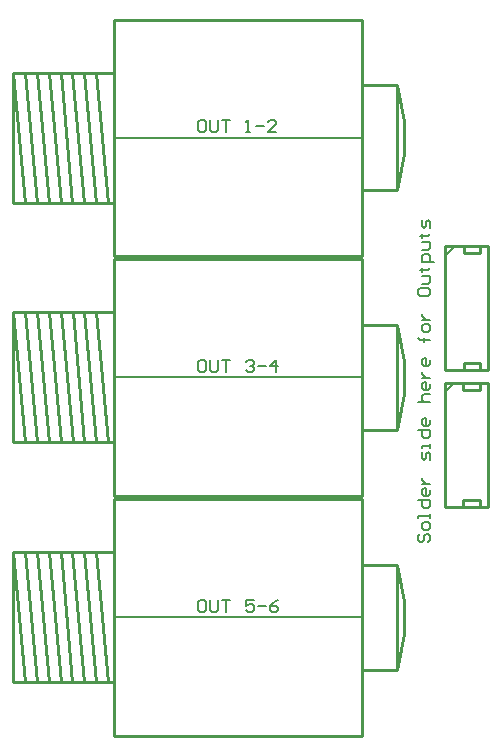
<source format=gto>
G04*
G04 #@! TF.GenerationSoftware,Altium Limited,Altium Designer,21.8.1 (53)*
G04*
G04 Layer_Color=65535*
%FSLAX25Y25*%
%MOIN*%
G70*
G04*
G04 #@! TF.SameCoordinates,10585E3A-A503-4201-9872-C8A2A9F9218C*
G04*
G04*
G04 #@! TF.FilePolarity,Positive*
G04*
G01*
G75*
%ADD10C,0.00500*%
%ADD11C,0.01000*%
%ADD12C,0.00800*%
D10*
X316857Y388897D02*
X399534D01*
X316860Y308997D02*
X399537D01*
X316857Y229005D02*
X399534D01*
D11*
X316857Y428267D02*
X399534D01*
X316857Y349527D02*
Y428267D01*
Y349527D02*
X399534D01*
Y428267D01*
X283392Y410550D02*
X316857D01*
X283392Y367243D02*
X316857Y367243D01*
X411345Y406417D02*
X413707Y394409D01*
X411345Y371377D02*
X413707Y383385D01*
X399534Y406417D02*
X411345D01*
X399534Y371377D02*
X411345D01*
X413707Y383385D02*
Y394409D01*
X411345Y371377D02*
Y406417D01*
X283392Y367243D02*
Y410550D01*
X291266D02*
X295203Y367243D01*
X283392Y410550D02*
X287329Y367243D01*
Y410550D02*
X291266Y367243D01*
X295203Y410550D02*
X299140Y367243D01*
Y410550D02*
X303077Y367243D01*
Y410550D02*
X307014Y367243D01*
Y410550D02*
X310951Y367243D01*
X310951Y410550D02*
X314888Y367243D01*
X433380Y265767D02*
Y268208D01*
X438975D01*
Y265767D02*
Y268208D01*
X438975Y304664D02*
Y307105D01*
X433380Y304664D02*
X438975D01*
X433380D02*
Y307105D01*
X427239D02*
X441412D01*
X427239Y265767D02*
Y307105D01*
Y265767D02*
X441412D01*
Y307027D01*
X316860Y348367D02*
X399537D01*
X316860Y269627D02*
Y348367D01*
Y269627D02*
X399537D01*
Y348367D01*
X283395Y330650D02*
X316860D01*
X283395Y287343D02*
X316860D01*
X411348Y326517D02*
X413710Y314509D01*
X411348Y291477D02*
X413710Y303485D01*
X399537Y326517D02*
X411348D01*
X399537Y291477D02*
X411348D01*
X413710Y303485D02*
Y314509D01*
X411348Y291477D02*
Y326517D01*
X283395Y287343D02*
Y330650D01*
X291269D02*
X295206Y287343D01*
X283395Y330650D02*
X287332Y287343D01*
Y330650D02*
X291269Y287343D01*
X295206Y330650D02*
X299143Y287343D01*
Y330650D02*
X303080Y287343D01*
Y330650D02*
X307017Y287343D01*
Y330650D02*
X310954Y287343D01*
X310954Y330650D02*
X314891Y287343D01*
X433480Y311495D02*
Y313936D01*
X439075D01*
Y311495D02*
Y313936D01*
X439075Y350392D02*
Y352833D01*
X433480Y350392D02*
X439075D01*
X433480D02*
Y352833D01*
X427339D02*
X441512D01*
X427339Y311494D02*
Y352833D01*
Y311494D02*
X441512D01*
Y352754D01*
X316857Y268375D02*
X399534D01*
X316857Y189635D02*
Y268375D01*
Y189635D02*
X399534D01*
Y268375D01*
X283392Y250658D02*
X316857D01*
X283392Y207351D02*
X316857D01*
X411345Y246524D02*
X413707Y234516D01*
X411345Y211485D02*
X413707Y223493D01*
X399534Y246524D02*
X411345D01*
X399534Y211485D02*
X411345D01*
X413707Y223493D02*
Y234516D01*
X411345Y211485D02*
Y246524D01*
X283392Y207351D02*
Y250658D01*
X291266D02*
X295203Y207351D01*
X283392Y250658D02*
X287329Y207351D01*
Y250658D02*
X291266Y207351D01*
X295203Y250658D02*
X299140Y207351D01*
Y250658D02*
X303077Y207351D01*
Y250658D02*
X307014Y207351D01*
Y250658D02*
X310951Y207351D01*
X310951Y250658D02*
X314888Y207351D01*
D12*
X427400Y303700D02*
Y304200D01*
X430400Y307200D01*
X427500Y349428D02*
Y349927D01*
X430500Y352927D01*
X346799Y394799D02*
X345466D01*
X344800Y394132D01*
Y391466D01*
X345466Y390800D01*
X346799D01*
X347466Y391466D01*
Y394132D01*
X346799Y394799D01*
X348799D02*
Y391466D01*
X349465Y390800D01*
X350798D01*
X351465Y391466D01*
Y394799D01*
X352797D02*
X355463D01*
X354130D01*
Y390800D01*
X360795D02*
X362128D01*
X361461D01*
Y394799D01*
X360795Y394132D01*
X364127Y392799D02*
X366793D01*
X370792Y390800D02*
X368126D01*
X370792Y393466D01*
Y394132D01*
X370125Y394799D01*
X368792D01*
X368126Y394132D01*
X346802Y314899D02*
X345469D01*
X344803Y314232D01*
Y311566D01*
X345469Y310900D01*
X346802D01*
X347469Y311566D01*
Y314232D01*
X346802Y314899D01*
X348802D02*
Y311566D01*
X349468Y310900D01*
X350801D01*
X351467Y311566D01*
Y314899D01*
X352800D02*
X355466D01*
X354133D01*
Y310900D01*
X360798Y314232D02*
X361464Y314899D01*
X362797D01*
X363464Y314232D01*
Y313566D01*
X362797Y312899D01*
X362131D01*
X362797D01*
X363464Y312233D01*
Y311566D01*
X362797Y310900D01*
X361464D01*
X360798Y311566D01*
X364796Y312899D02*
X367462D01*
X370795Y310900D02*
Y314899D01*
X368795Y312899D01*
X371461D01*
X346799Y234907D02*
X345466D01*
X344800Y234240D01*
Y231574D01*
X345466Y230908D01*
X346799D01*
X347466Y231574D01*
Y234240D01*
X346799Y234907D01*
X348799D02*
Y231574D01*
X349465Y230908D01*
X350798D01*
X351465Y231574D01*
Y234907D01*
X352797D02*
X355463D01*
X354130D01*
Y230908D01*
X363461Y234907D02*
X360795D01*
Y232907D01*
X362128Y233574D01*
X362794D01*
X363461Y232907D01*
Y231574D01*
X362794Y230908D01*
X361461D01*
X360795Y231574D01*
X364794Y232907D02*
X367459D01*
X371458Y234907D02*
X370125Y234240D01*
X368792Y232907D01*
Y231574D01*
X369459Y230908D01*
X370792D01*
X371458Y231574D01*
Y232241D01*
X370792Y232907D01*
X368792D01*
X418835Y256766D02*
X418168Y256099D01*
Y254766D01*
X418835Y254100D01*
X419501D01*
X420168Y254766D01*
Y256099D01*
X420834Y256766D01*
X421501D01*
X422167Y256099D01*
Y254766D01*
X421501Y254100D01*
X422167Y258765D02*
Y260098D01*
X421501Y260765D01*
X420168D01*
X419501Y260098D01*
Y258765D01*
X420168Y258099D01*
X421501D01*
X422167Y258765D01*
Y262097D02*
Y263430D01*
Y262764D01*
X418168D01*
Y262097D01*
Y268095D02*
X422167D01*
Y266096D01*
X421501Y265430D01*
X420168D01*
X419501Y266096D01*
Y268095D01*
X422167Y271428D02*
Y270095D01*
X421501Y269428D01*
X420168D01*
X419501Y270095D01*
Y271428D01*
X420168Y272094D01*
X420834D01*
Y269428D01*
X419501Y273427D02*
X422167D01*
X420834D01*
X420168Y274094D01*
X419501Y274760D01*
Y275427D01*
X422167Y281424D02*
Y283424D01*
X421501Y284090D01*
X420834Y283424D01*
Y282091D01*
X420168Y281424D01*
X419501Y282091D01*
Y284090D01*
X422167Y285423D02*
Y286756D01*
Y286090D01*
X419501D01*
Y285423D01*
X418168Y291421D02*
X422167D01*
Y289422D01*
X421501Y288755D01*
X420168D01*
X419501Y289422D01*
Y291421D01*
X422167Y294754D02*
Y293421D01*
X421501Y292754D01*
X420168D01*
X419501Y293421D01*
Y294754D01*
X420168Y295420D01*
X420834D01*
Y292754D01*
X418168Y300752D02*
X422167D01*
X420168D01*
X419501Y301418D01*
Y302751D01*
X420168Y303417D01*
X422167D01*
Y306750D02*
Y305417D01*
X421501Y304750D01*
X420168D01*
X419501Y305417D01*
Y306750D01*
X420168Y307416D01*
X420834D01*
Y304750D01*
X419501Y308749D02*
X422167D01*
X420834D01*
X420168Y309416D01*
X419501Y310082D01*
Y310748D01*
X422167Y314747D02*
Y313414D01*
X421501Y312748D01*
X420168D01*
X419501Y313414D01*
Y314747D01*
X420168Y315413D01*
X420834D01*
Y312748D01*
X422167Y321412D02*
X418835D01*
X420168D01*
Y320745D01*
Y322078D01*
Y321412D01*
X418835D01*
X418168Y322078D01*
X422167Y324744D02*
Y326077D01*
X421501Y326743D01*
X420168D01*
X419501Y326077D01*
Y324744D01*
X420168Y324077D01*
X421501D01*
X422167Y324744D01*
X419501Y328076D02*
X422167D01*
X420834D01*
X420168Y328743D01*
X419501Y329409D01*
Y330076D01*
X418168Y338073D02*
Y336740D01*
X418835Y336074D01*
X421501D01*
X422167Y336740D01*
Y338073D01*
X421501Y338739D01*
X418835D01*
X418168Y338073D01*
X419501Y340072D02*
X421501D01*
X422167Y340739D01*
Y342738D01*
X419501D01*
X418835Y344737D02*
X419501D01*
Y344071D01*
Y345404D01*
Y344737D01*
X421501D01*
X422167Y345404D01*
X423500Y347403D02*
X419501D01*
Y349403D01*
X420168Y350069D01*
X421501D01*
X422167Y349403D01*
Y347403D01*
X419501Y351402D02*
X421501D01*
X422167Y352068D01*
Y354068D01*
X419501D01*
X418835Y356067D02*
X419501D01*
Y355401D01*
Y356734D01*
Y356067D01*
X421501D01*
X422167Y356734D01*
Y358733D02*
Y360732D01*
X421501Y361399D01*
X420834Y360732D01*
Y359399D01*
X420168Y358733D01*
X419501Y359399D01*
Y361399D01*
M02*

</source>
